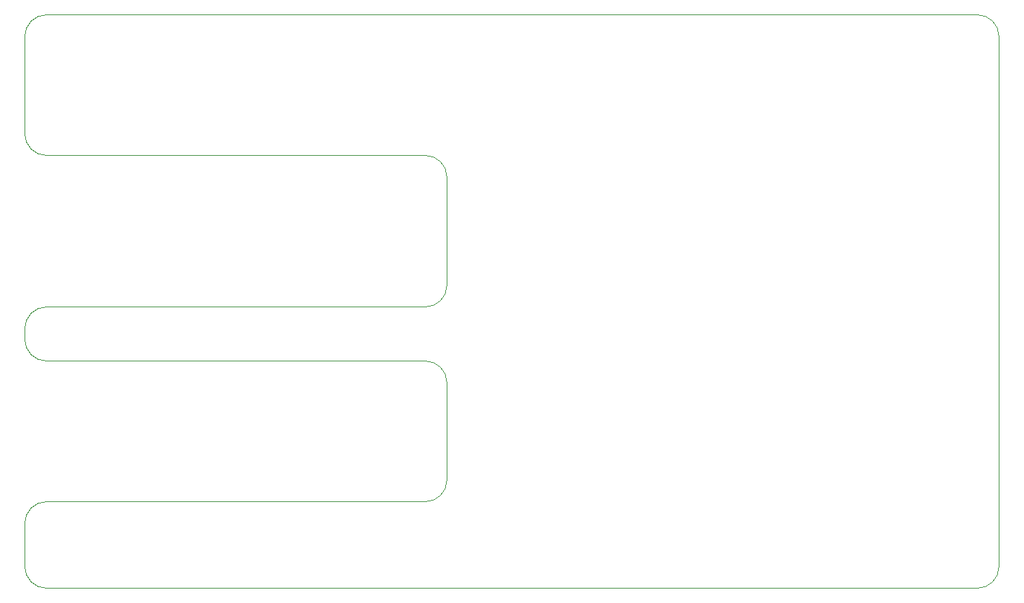
<source format=gbr>
G04 #@! TF.GenerationSoftware,KiCad,Pcbnew,5.1.5+dfsg1-2build2*
G04 #@! TF.CreationDate,2020-09-05T16:32:44+02:00*
G04 #@! TF.ProjectId,onstep-ramps-shield,6f6e7374-6570-42d7-9261-6d70732d7368,1*
G04 #@! TF.SameCoordinates,Original*
G04 #@! TF.FileFunction,Profile,NP*
%FSLAX46Y46*%
G04 Gerber Fmt 4.6, Leading zero omitted, Abs format (unit mm)*
G04 Created by KiCad (PCBNEW 5.1.5+dfsg1-2build2) date 2020-09-05 16:32:44*
%MOMM*%
%LPD*%
G04 APERTURE LIST*
%ADD10C,0.100000*%
G04 APERTURE END LIST*
D10*
X88900000Y-88900000D02*
X88900000Y-87630000D01*
X200660000Y-50800000D02*
G75*
G02X203200000Y-53340000I0J-2540000D01*
G01*
X203200000Y-115570000D02*
G75*
G02X200660000Y-118110000I-2540000J0D01*
G01*
X203200000Y-53340000D02*
X203200000Y-115570000D01*
X135890000Y-67310000D02*
G75*
G02X138430000Y-69850000I0J-2540000D01*
G01*
X138430000Y-82550000D02*
G75*
G02X135890000Y-85090000I-2540000J0D01*
G01*
X138430000Y-105410000D02*
G75*
G02X135890000Y-107950000I-2540000J0D01*
G01*
X135890000Y-91440000D02*
G75*
G02X138430000Y-93980000I0J-2540000D01*
G01*
X91440000Y-91440000D02*
G75*
G02X88900000Y-88900000I0J2540000D01*
G01*
X88900000Y-87630000D02*
G75*
G02X91440000Y-85090000I2540000J0D01*
G01*
X138430000Y-69850000D02*
X138430000Y-82550000D01*
X91440000Y-85090000D02*
X135890000Y-85090000D01*
X91440000Y-67310000D02*
G75*
G02X88900000Y-64770000I0J2540000D01*
G01*
X88900000Y-53340000D02*
G75*
G02X91440000Y-50800000I2540000J0D01*
G01*
X88900000Y-110490000D02*
G75*
G02X91440000Y-107950000I2540000J0D01*
G01*
X91440000Y-118110000D02*
G75*
G02X88900000Y-115570000I0J2540000D01*
G01*
X88900000Y-64770000D02*
X88900000Y-53340000D01*
X135890000Y-67310000D02*
X91440000Y-67310000D01*
X138430000Y-93980000D02*
X138430000Y-105410000D01*
X135890000Y-91440000D02*
X91440000Y-91440000D01*
X88900000Y-110490000D02*
X88900000Y-115570000D01*
X135890000Y-107950000D02*
X91440000Y-107950000D01*
X91440000Y-118110000D02*
X179070000Y-118110000D01*
X200660000Y-118110000D02*
X179070000Y-118110000D01*
X91440000Y-50800000D02*
X200660000Y-50800000D01*
M02*

</source>
